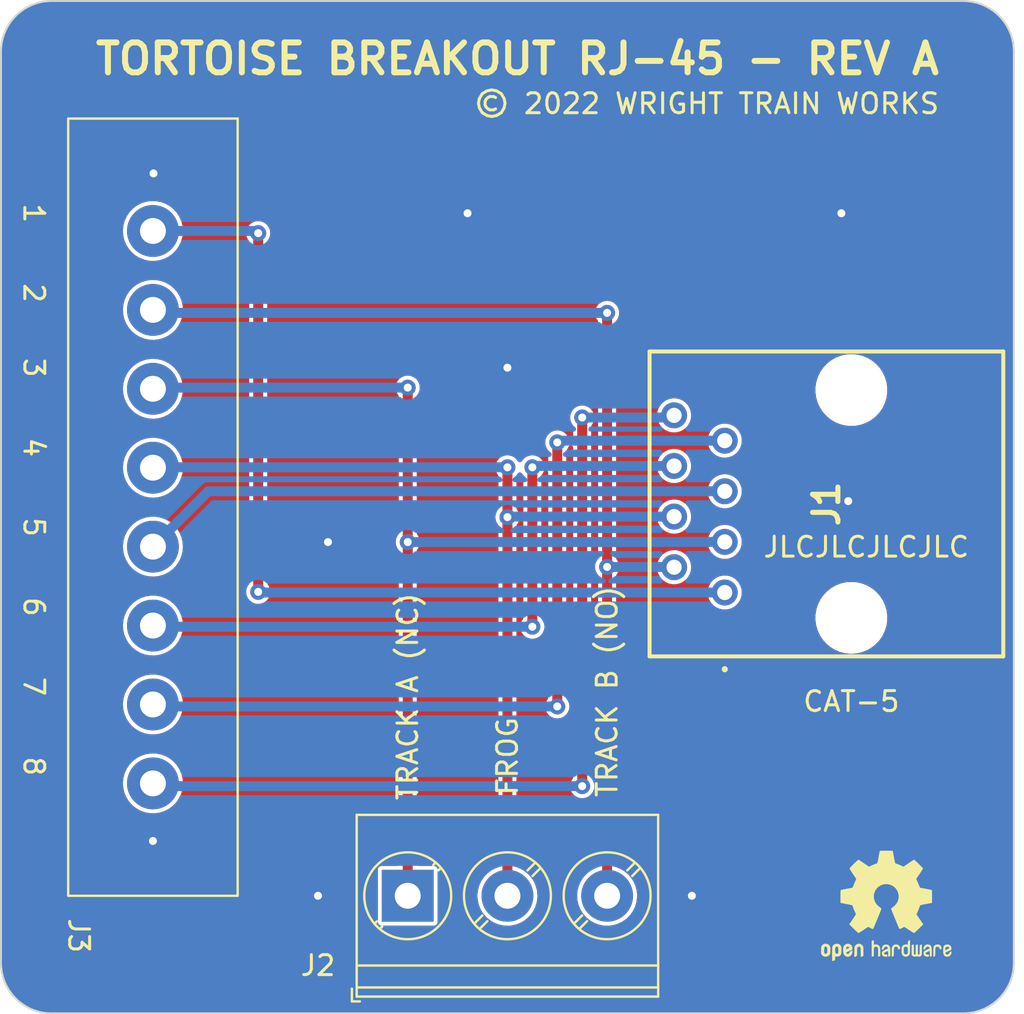
<source format=kicad_pcb>
(kicad_pcb (version 20211014) (generator pcbnew)
  (title_block (title "Tortoise Breakout Board RJ-45") (date "2022-02-12") (rev "A") (company "Wright Train Works"))
  (layers (0 "F.Cu" signal) (31 "B.Cu" signal) (34 "B.Paste" user) (35 "F.Paste" user) (36 "B.SilkS" user "B.Silkscreen") (37 "F.SilkS" user "F.Silkscreen") (38 "B.Mask" user) (39 "F.Mask" user) (44 "Edge.Cuts" user))
  (net 0 "")
  (net 1 "Net-(J1-Pad1)")
  (net 2 "Net-(J1-Pad2)")
  (net 3 "Net-(J1-Pad3)")
  (net 4 "Net-(J1-Pad4)")
  (net 5 "Net-(J1-Pad5)")
  (net 6 "Net-(J1-Pad6)")
  (net 7 "Net-(J1-Pad7)")
  (net 8 "Net-(J1-Pad8)")
  (net 9 "GND")
  (footprint "EBM08DSXN:EBM08DSXN" (layer "F.Cu") (at 132.22 100 -90)
    (fp_text reference "J3" (at 21.5 3.72 -90 unlocked) (layer "F.SilkS"))
    (fp_text value "Conn_01x08" hide)
    (fp_rect (start -19.5 -4.25) (end 19.5 4.25) (layer "F.SilkS") (width 0.12) (fill none))
    (pad "1" thru_hole circle (at -13.86 0 270) (size 2.6 2.6) (drill 1.3) (layers *.Cu *.Mask) (net 1 "Net-(J1-Pad1)"))
    (pad "2" thru_hole circle (at -9.9 0 270) (size 2.6 2.6) (drill 1.3) (layers *.Cu *.Mask) (net 2 "Net-(J1-Pad2)"))
    (pad "3" thru_hole circle (at -5.94 0 270) (size 2.6 2.6) (drill 1.3) (layers *.Cu *.Mask) (net 3 "Net-(J1-Pad3)"))
    (pad "4" thru_hole circle (at -1.98 0 270) (size 2.6 2.6) (drill 1.3) (layers *.Cu *.Mask) (net 4 "Net-(J1-Pad4)"))
    (pad "5" thru_hole circle (at 1.98 0 270) (size 2.6 2.6) (drill 1.3) (layers *.Cu *.Mask) (net 5 "Net-(J1-Pad5)"))
    (pad "6" thru_hole circle (at 5.94 0 270) (size 2.6 2.6) (drill 1.3) (layers *.Cu *.Mask) (net 6 "Net-(J1-Pad6)"))
    (pad "7" thru_hole circle (at 9.9 0 270) (size 2.6 2.6) (drill 1.3) (layers *.Cu *.Mask) (net 7 "Net-(J1-Pad7)"))
    (pad "8" thru_hole circle (at 13.86 0 270) (size 2.6 2.6) (drill 1.3) (layers *.Cu *.Mask) (net 8 "Net-(J1-Pad8)"))
  )
  (footprint "TerminalBlock_Phoenix:TerminalBlock_Phoenix_PT-1,5-3-5.0-H_1x03_P5.00mm_Horizontal" (layer "F.Cu") (at 145 119.5)
    (fp_text reference "J2" (at -4.5 3.5) (layer "F.SilkS"))
    (fp_text value "Conn_01x03" hide)
    (fp_line (start -1.282 1.547) (end -1.388 1.654) (layer "F.SilkS") (width 0.12))
    (fp_line (start -2.56 5.06) (end 12.56 5.06) (layer "F.SilkS") (width 0.12))
    (fp_line (start -1.548 1.281) (end -1.654 1.388) (layer "F.SilkS") (width 0.12))
    (fp_line (start 3.742 0.992) (end 3.347 1.388) (layer "F.SilkS") (width 0.12))
    (fp_line (start 1.654 -1.388) (end 1.547 -1.281) (layer "F.SilkS") (width 0.12))
    (fp_line (start 8.993 1.274) (end 8.613 1.654) (layer "F.SilkS") (width 0.12))
    (fp_line (start 3.993 1.274) (end 3.613 1.654) (layer "F.SilkS") (width 0.12))
    (fp_line (start -2.56 -4.06) (end -2.56 5.06) (layer "F.SilkS") (width 0.12))
    (fp_line (start 12.56 -4.06) (end 12.56 5.06) (layer "F.SilkS") (width 0.12))
    (fp_line (start -2.56 -4.06) (end 12.56 -4.06) (layer "F.SilkS") (width 0.12))
    (fp_line (start 11.654 -1.388) (end 11.259 -0.992) (layer "F.SilkS") (width 0.12))
    (fp_line (start 6.654 -1.388) (end 6.259 -0.992) (layer "F.SilkS") (width 0.12))
    (fp_line (start -2.56 4.6) (end 12.56 4.6) (layer "F.SilkS") (width 0.12))
    (fp_line (start -2.56 3.5) (end 12.56 3.5) (layer "F.SilkS") (width 0.12))
    (fp_line (start 1.388 -1.654) (end 1.281 -1.547) (layer "F.SilkS") (width 0.12))
    (fp_line (start 8.742 0.992) (end 8.347 1.388) (layer "F.SilkS") (width 0.12))
    (fp_line (start 11.388 -1.654) (end 11.008 -1.274) (layer "F.SilkS") (width 0.12))
    (fp_line (start 6.388 -1.654) (end 6.008 -1.274) (layer "F.SilkS") (width 0.12))
    (fp_line (start -2.8 5.3) (end -2.4 5.3) (layer "F.SilkS") (width 0.12))
    (fp_line (start -2.8 4.66) (end -2.8 5.3) (layer "F.SilkS") (width 0.12))
    (fp_circle (center 10 0) (end 12.18 0) (layer "F.SilkS") (width 0.12) (fill none))
    (fp_circle (center 5 0) (end 7.18 0) (layer "F.SilkS") (width 0.12) (fill none))
    (fp_circle (center 0 0) (end 2.18 0) (layer "F.SilkS") (width 0.12) (fill none))
    (pad "1" thru_hole rect (at 0 0) (size 2.6 2.6) (drill 1.3) (layers *.Cu *.Mask) (net 3 "Net-(J1-Pad3)"))
    (pad "2" thru_hole circle (at 5 0) (size 2.6 2.6) (drill 1.3) (layers *.Cu *.Mask) (net 4 "Net-(J1-Pad4)"))
    (pad "3" thru_hole circle (at 10 0) (size 2.6 2.6) (drill 1.3) (layers *.Cu *.Mask) (net 2 "Net-(J1-Pad2)"))
  )
  (footprint "Amphenol-54602-908LF-0:Amphenol-54602-908LF" (layer "F.Cu") (at 160.9 104.2825 90)
    (fp_text reference "J1" (at 4.445 5.1 90) (layer "F.SilkS") (effects (font (size 1.27 1.27) (thickness 0.254))))
    (fp_text value "RJ45" hide)
    (fp_line (start -3.9 0) (end -3.9 0) (layer "F.SilkS") (width 0.2))
    (fp_line (start -3.205 -3.77) (end 12.095 -3.77) (layer "F.SilkS") (width 0.2))
    (fp_line (start -3.8 0) (end -3.8 0) (layer "F.SilkS") (width 0.2))
    (fp_line (start -3.9 0) (end -3.9 0) (layer "F.SilkS") (width 0.2))
    (fp_line (start -3.205 13.97) (end -3.205 -3.77) (layer "F.SilkS") (width 0.2))
    (fp_line (start 12.095 13.97) (end -3.205 13.97) (layer "F.SilkS") (width 0.2))
    (fp_line (start 12.095 -3.77) (end 12.095 13.97) (layer "F.SilkS") (width 0.2))
    (fp_arc (start -3.8 0) (mid -3.85 0.05) (end -3.9 0) (layer "F.SilkS") (width 0.2))
    (fp_arc (start -3.8 0) (mid -3.85 0.05) (end -3.9 0) (layer "F.SilkS") (width 0.2))
    (fp_arc (start -3.9 0) (mid -3.85 -0.05) (end -3.8 0) (layer "F.SilkS") (width 0.2))
    (pad "" np_thru_hole circle (at -1.27 6.35 90) (size 3.2 3.2) (drill 3.2) (layers *.Cu *.Mask))
    (pad "" np_thru_hole circle (at 10.16 6.35 90) (size 3.2 3.2) (drill 3.2) (layers *.Cu *.Mask))
    (pad "1" thru_hole circle (at 0 0 90) (size 1.303 1.303) (drill 0.76) (layers *.Cu *.Mask) (net 1 "Net-(J1-Pad1)"))
    (pad "2" thru_hole circle (at 1.27 -2.54 90) (size 1.303 1.303) (drill 0.76) (layers *.Cu *.Mask) (net 2 "Net-(J1-Pad2)"))
    (pad "3" thru_hole circle (at 2.54 0 90) (size 1.303 1.303) (drill 0.76) (layers *.Cu *.Mask) (net 3 "Net-(J1-Pad3)"))
    (pad "4" thru_hole circle (at 3.81 -2.54 90) (size 1.303 1.303) (drill 0.76) (layers *.Cu *.Mask) (net 4 "Net-(J1-Pad4)"))
    (pad "5" thru_hole circle (at 5.08 0 90) (size 1.303 1.303) (drill 0.76) (layers *.Cu *.Mask) (net 5 "Net-(J1-Pad5)"))
    (pad "6" thru_hole circle (at 6.35 -2.54 90) (size 1.303 1.303) (drill 0.76) (layers *.Cu *.Mask) (net 6 "Net-(J1-Pad6)"))
    (pad "7" thru_hole circle (at 7.62 0 90) (size 1.303 1.303) (drill 0.76) (layers *.Cu *.Mask) (net 7 "Net-(J1-Pad7)"))
    (pad "8" thru_hole circle (at 8.89 -2.54 90) (size 1.303 1.303) (drill 0.76) (layers *.Cu *.Mask) (net 8 "Net-(J1-Pad8)"))
  )
  (footprint "Symbol:OSHW-Logo2_7.3x6mm_SilkScreen" (layer "F.Cu") (at 169 120)
    (fp_text reference "REF**" hide)
    (fp_text value "OSHW-Logo2_7.3x6mm_SilkScreen" hide)
    (fp_poly (pts (xy -1.831697 1.931239) (xy -1.774473 1.969735) (xy -1.730251 2.025335) (xy -1.703833 2.096086) (xy -1.69849 2.148162) (xy -1.699097 2.169893) (xy -1.704178 2.186531) (xy -1.718145 2.201437) (xy -1.745411 2.217973) (xy -1.790388 2.239498) (xy -1.857489 2.269374) (xy -1.857829 2.269524) (xy -1.919593 2.297813) (xy -1.970241 2.322933) (xy -2.004596 2.342179) (xy -2.017482 2.352848) (xy -2.017486 2.352934) (xy -2.006128 2.376166) (xy -1.979569 2.401774) (xy -1.949077 2.420221) (xy -1.93363 2.423886) (xy -1.891485 2.411212) (xy -1.855192 2.379471) (xy -1.837483 2.344572) (xy -1.820448 2.318845) (xy -1.787078 2.289546) (xy -1.747851 2.264235) (xy -1.713244 2.250471) (xy -1.706007 2.249714) (xy -1.697861 2.26216) (xy -1.69737 2.293972) (xy -1.703357 2.336866) (xy -1.714643 2.382558) (xy -1.73005 2.422761) (xy -1.730829 2.424322) (xy -1.777196 2.489062) (xy -1.837289 2.533097) (xy -1.905535 2.554711) (xy -1.976362 2.552185) (xy -2.044196 2.523804) (xy -2.047212 2.521808) (xy -2.100573 2.473448) (xy -2.13566 2.410352) (xy -2.155078 2.327387) (xy -2.157684 2.304078) (xy -2.162299 2.194055) (xy -2.156767 2.142748) (xy -2.017486 2.142748) (xy -2.015676 2.174753) (xy -2.005778 2.184093) (xy -1.981102 2.177105) (xy -1.942205 2.160587) (xy -1.898725 2.139881) (xy -1.897644 2.139333) (xy -1.860791 2.119949) (xy -1.846 2.107013) (xy -1.849647 2.093451) (xy -1.865005 2.075632) (xy -1.904077 2.049845) (xy -1.946154 2.04795) (xy -1.983897 2.066717) (xy -2.009966 2.102915) (xy -2.017486 2.142748) (xy -2.156767 2.142748) (xy -2.152806 2.106027) (xy -2.12845 2.036212) (xy -2.094544 1.987302) (xy -2.033347 1.937878) (xy -1.965937 1.913359) (xy -1.89712 1.911797) (xy -1.831697 1.931239)) (layer "F.SilkS") (width 0.01) (fill solid))
    (fp_poly (pts (xy -0.624114 1.851289) (xy -0.619861 1.910613) (xy -0.614975 1.945572) (xy -0.608205 1.96082) (xy -0.598298 1.961015) (xy -0.595086 1.959195) (xy -0.552356 1.946015) (xy -0.496773 1.946785) (xy -0.440263 1.960333) (xy -0.404918 1.977861) (xy -0.368679 2.005861) (xy -0.342187 2.037549) (xy -0.324001 2.077813) (xy -0.312678 2.131543) (xy -0.306778 2.203626) (xy -0.304857 2.298951) (xy -0.304823 2.317237) (xy -0.3048 2.522646) (xy -0.350509 2.53858) (xy -0.382973 2.54942) (xy -0.400785 2.554468) (xy -0.401309 2.554514) (xy -0.403063 2.540828) (xy -0.404556 2.503076) (xy -0.405674 2.446224) (xy -0.406303 2.375234) (xy -0.4064 2.332073) (xy -0.406602 2.246973) (xy -0.407642 2.185981) (xy -0.410169 2.144177) (xy -0.414836 2.116642) (xy -0.422293 2.098456) (xy -0.433189 2.084698) (xy -0.439993 2.078073) (xy -0.486728 2.051375) (xy -0.537728 2.049375) (xy -0.583999 2.071955) (xy -0.592556 2.080107) (xy -0.605107 2.095436) (xy -0.613812 2.113618) (xy -0.619369 2.139909) (xy -0.622474 2.179562) (xy -0.623824 2.237832) (xy -0.624114 2.318173) (xy -0.624114 2.522646) (xy -0.669823 2.53858) (xy -0.702287 2.54942) (xy -0.720099 2.554468) (xy -0.720623 2.554514) (xy -0.721963 2.540623) (xy -0.723172 2.501439) (xy -0.724199 2.4407) (xy -0.724998 2.362141) (xy -0.725519 2.269498) (xy -0.725714 2.166509) (xy -0.725714 1.769342) (xy -0.678543 1.749444) (xy -0.631371 1.729547) (xy -0.624114 1.851289)) (layer "F.SilkS") (width 0.01) (fill solid))
    (fp_poly (pts (xy -1.283907 1.92778) (xy -1.237328 1.954723) (xy -1.204943 1.981466) (xy -1.181258 2.009484) (xy -1.164941 2.043748) (xy -1.154661 2.089227) (xy -1.149086 2.150892) (xy -1.146884 2.233711) (xy -1.146629 2.293246) (xy -1.146629 2.512391) (xy -1.208314 2.540044) (xy -1.27 2.567697) (xy -1.277257 2.32767) (xy -1.280256 2.238028) (xy -1.283402 2.172962) (xy -1.287299 2.128026) (xy -1.292553 2.09877) (xy -1.299769 2.080748) (xy -1.30955 2.069511) (xy -1.312688 2.067079) (xy -1.360239 2.048083) (xy -1.408303 2.0556) (xy -1.436914 2.075543) (xy -1.448553 2.089675) (xy -1.456609 2.10822) (xy -1.461729 2.136334) (xy -1.464559 2.179173) (xy -1.465744 2.241895) (xy -1.465943 2.307261) (xy -1.465982 2.389268) (xy -1.467386 2.447316) (xy -1.472086 2.486465) (xy -1.482013 2.51178) (xy -1.499097 2.528323) (xy -1.525268 2.541156) (xy -1.560225 2.554491) (xy -1.598404 2.569007) (xy -1.593859 2.311389) (xy -1.592029 2.218519) (xy -1.589888 2.149889) (xy -1.586819 2.100711) (xy -1.582206 2.066198) (xy -1.575432 2.041562) (xy -1.565881 2.022016) (xy -1.554366 2.00477) (xy -1.49881 1.94968) (xy -1.43102 1.917822) (xy -1.357287 1.910191) (xy -1.283907 1.92778)) (layer "F.SilkS") (width 0.01) (fill solid))
    (fp_poly (pts (xy 3.153595 1.966966) (xy 3.211021 2.004497) (xy 3.238719 2.038096) (xy 3.260662 2.099064) (xy 3.262405 2.147308) (xy 3.258457 2.211816) (xy 3.109686 2.276934) (xy 3.037349 2.310202) (xy 2.990084 2.336964) (xy 2.965507 2.360144) (xy 2.961237 2.382667) (xy 2.974889 2.407455) (xy 2.989943 2.423886) (xy 3.033746 2.450235) (xy 3.081389 2.452081) (xy 3.125145 2.431546) (xy 3.157289 2.390752) (xy 3.163038 2.376347) (xy 3.190576 2.331356) (xy 3.222258 2.312182) (xy 3.265714 2.295779) (xy 3.265714 2.357966) (xy 3.261872 2.400283) (xy 3.246823 2.435969) (xy 3.21528 2.476943) (xy 3.210592 2.482267) (xy 3.175506 2.51872) (xy 3.145347 2.538283) (xy 3.107615 2.547283) (xy 3.076335 2.55023) (xy 3.020385 2.550965) (xy 2.980555 2.54166) (xy 2.955708 2.527846) (xy 2.916656 2.497467) (xy 2.889625 2.464613) (xy 2.872517 2.423294) (xy 2.863238 2.367521) (xy 2.859693 2.291305) (xy 2.85941 2.252622) (xy 2.860372 2.206247) (xy 2.948007 2.206247) (xy 2.949023 2.231126) (xy 2.951556 2.2352) (xy 2.968274 2.229665) (xy 3.004249 2.215017) (xy 3.052331 2.19419) (xy 3.062386 2.189714) (xy 3.123152 2.158814) (xy 3.156632 2.131657) (xy 3.16399 2.10622) (xy 3.146391 2.080481) (xy 3.131856 2.069109) (xy 3.07941 2.046364) (xy 3.030322 2.050122) (xy 2.989227 2.077884) (xy 2.960758 2.127152) (xy 2.951631 2.166257) (xy 2.948007 2.206247) (xy 2.860372 2.206247) (xy 2.861285 2.162249) (xy 2.868196 2.095384) (xy 2.881884 2.046695) (xy 2.904096 2.010849) (xy 2.936574 1.982513) (xy 2.950733 1.973355) (xy 3.015053 1.949507) (xy 3.085473 1.948006) (xy 3.153595 1.966966)) (layer "F.SilkS") (width 0.01) (fill solid))
    (fp_poly (pts (xy 1.190117 2.065358) (xy 1.189933 2.173837) (xy 1.189219 2.257287) (xy 1.187675 2.319704) (xy 1.185001 2.365085) (xy 1.180894 2.397429) (xy 1.175055 2.420733) (xy 1.167182 2.438995) (xy 1.161221 2.449418) (xy 1.111855 2.505945) (xy 1.049264 2.541377) (xy 0.980013 2.55409) (xy 0.910668 2.542463) (xy 0.869375 2.521568) (xy 0.826025 2.485422) (xy 0.796481 2.441276) (xy 0.778655 2.383462) (xy 0.770463 2.306313) (xy 0.769302 2.249714) (xy 0.769458 2.245647) (xy 0.870857 2.245647) (xy 0.871476 2.31055) (xy 0.874314 2.353514) (xy 0.88084 2.381622) (xy 0.892523 2.401953) (xy 0.906483 2.417288) (xy 0.953365 2.44689) (xy 1.003701 2.449419) (xy 1.051276 2.424705) (xy 1.054979 2.421356) (xy 1.070783 2.403935) (xy 1.080693 2.383209) (xy 1.086058 2.352362) (xy 1.088228 2.304577) (xy 1.088571 2.251748) (xy 1.087827 2.185381) (xy 1.084748 2.141106) (xy 1.078061 2.112009) (xy 1.066496 2.091173) (xy 1.057013 2.080107) (xy 1.01296 2.052198) (xy 0.962224 2.048843) (xy 0.913796 2.070159) (xy 0.90445 2.078073) (xy 0.88854 2.095647) (xy 0.87861 2.116587) (xy 0.873278 2.147782) (xy 0.871163 2.196122) (xy 0.870857 2.245647) (xy 0.769458 2.245647) (xy 0.77281 2.158568) (xy 0.784726 2.090086) (xy 0.807135 2.0386) (xy 0.842124 1.998443) (xy 0.869375 1.977861) (xy 0.918907 1.955625) (xy 0.976316 1.945304) (xy 1.029682 1.948067) (xy 1.059543 1.959212) (xy 1.071261 1.962383) (xy 1.079037 1.950557) (xy 1.084465 1.918866) (xy 1.088571 1.870593) (xy 1.093067 1.816829) (xy 1.099313 1.784482) (xy 1.110676 1.765985) (xy 1.130528 1.75377) (xy 1.143 1.748362) (xy 1.190171 1.728601) (xy 1.190117 2.065358)) (layer "F.SilkS") (width 0.01) (fill solid))
    (fp_poly (pts (xy 0.10391 -2.757652) (xy 0.182454 -2.757222) (xy 0.239298 -2.756058) (xy 0.278105 -2.753793) (xy 0.302538 -2.75006) (xy 0.316262 -2.744494) (xy 0.32294 -2.736727) (xy 0.326236 -2.726395) (xy 0.326556 -2.725057) (xy 0.331562 -2.700921) (xy 0.340829 -2.653299) (xy 0.353392 -2.587259) (xy 0.368287 -2.507872) (xy 0.384551 -2.420204) (xy 0.385119 -2.417125) (xy 0.40141 -2.331211) (xy 0.416652 -2.255304) (xy 0.429861 -2.193955) (xy 0.440054 -2.151718) (xy 0.446248 -2.133145) (xy 0.446543 -2.132816) (xy 0.464788 -2.123747) (xy 0.502405 -2.108633) (xy 0.551271 -2.090738) (xy 0.551543 -2.090642) (xy 0.613093 -2.067507) (xy 0.685657 -2.038035) (xy 0.754057 -2.008403) (xy 0.757294 -2.006938) (xy 0.868702 -1.956374) (xy 1.115399 -2.12484) (xy 1.191077 -2.176197) (xy 1.259631 -2.222111) (xy 1.317088 -2.25997) (xy 1.359476 -2.287163) (xy 1.382825 -2.301079) (xy 1.385042 -2.302111) (xy 1.40201 -2.297516) (xy 1.433701 -2.275345) (xy 1.481352 -2.234553) (xy 1.546198 -2.174095) (xy 1.612397 -2.109773) (xy 1.676214 -2.046388) (xy 1.733329 -1.988549) (xy 1.780305 -1.939825) (xy 1.813703 -1.90379) (xy 1.830085 -1.884016) (xy 1.830694 -1.882998) (xy 1.832505 -1.869428) (xy 1.825683 -1.847267) (xy 1.80854 -1.813522) (xy 1.779393 -1.7652) (xy 1.736555 -1.699308) (xy 1.679448 -1.614483) (xy 1.628766 -1.539823) (xy 1.583461 -1.47286) (xy 1.54615 -1.417484) (xy 1.519452 -1.37758) (xy 1.505985 -1.357038) (xy 1.505137 -1.355644) (xy 1.506781 -1.335962) (xy 1.519245 -1.297707) (xy 1.540048 -1.248111) (xy 1.547462 -1.232272) (xy 1.579814 -1.16171) (xy 1.614328 -1.081647) (xy 1.642365 -1.012371) (xy 1.662568 -0.960955) (xy 1.678615 -0.921881) (xy 1.687888 -0.901459) (xy 1.689041 -0.899886) (xy 1.706096 -0.897279) (xy 1.746298 -0.890137) (xy 1.804302 -0.879477) (xy 1.874763 -0.866315) (xy 1.952335 -0.851667) (xy 2.031672 -0.836551) (xy 2.107431 -0.821982) (xy 2.174264 -0.808978) (xy 2.226828 -0.798555) (xy 2.259776 -0.79173) (xy 2.267857 -0.789801) (xy 2.276205 -0.785038) (xy 2.282506 -0.774282) (xy 2.287045 -0.753902) (xy 2.290104 -0.720266) (xy 2.291967 -0.669745) (xy 2.292918 -0.598708) (xy 2.29324 -0.503524) (xy 2.293257 -0.464508) (xy 2.293257 -0.147201) (xy 2.217057 -0.132161) (xy 2.174663 -0.124005) (xy 2.1114 -0.112101) (xy 2.034962 -0.097884) (xy 1.953043 -0.08279) (xy 1.9304 -0.078645) (xy 1.854806 -0.063947) (xy 1.788953 -0.049495) (xy 1.738366 -0.036625) (xy 1.708574 -0.026678) (xy 1.703612 -0.023713) (xy 1.691426 -0.002717) (xy 1.673953 0.037967) (xy 1.654577 0.090322) (xy 1.650734 0.1016) (xy 1.625339 0.171523) (xy 1.593817 0.250418) (xy 1.562969 0.321266) (xy 1.562817 0.321595) (xy 1.511447 0.432733) (xy 1.680399 0.681253) (xy 1.849352 0.929772) (xy 1.632429 1.147058) (xy 1.566819 1.211726) (xy 1.506979 1.268733) (xy 1.456267 1.315033) (xy 1.418046 1.347584) (xy 1.395675 1.363343) (xy 1.392466 1.364343) (xy 1.373626 1.356469) (xy 1.33518 1.334578) (xy 1.28133 1.301267) (xy 1.216276 1.259131) (xy 1.14594 1.211943) (xy 1.074555 1.16381) (xy 1.010908 1.121928) (xy 0.959041 1.088871) (xy 0.922995 1.067218) (xy 0.906867 1.059543) (xy 0.887189 1.066037) (xy 0.849875 1.08315) (xy 0.802621 1.107326) (xy 0.797612 1.110013) (xy 0.733977 1.141927) (xy 0.690341 1.157579) (xy 0.663202 1.157745) (xy 0.649057 1.143204) (xy 0.648975 1.143) (xy 0.641905 1.125779) (xy 0.625042 1.084899) (xy 0.599695 1.023525) (xy 0.567171 0.944819) (xy 0.528778 0.851947) (xy 0.485822 0.748072) (xy 0.444222 0.647502) (xy 0.398504 0.536516) (xy 0.356526 0.433703) (xy 0.319548 0.342215) (xy 0.288827 0.265201) (xy 0.265622 0.205815) (xy 0.25119 0.167209) (xy 0.246743 0.1528) (xy 0.257896 0.136272) (xy 0.287069 0.10993) (xy 0.325971 0.080887) (xy 0.436757 -0.010961) (xy 0.523351 -0.116241) (xy 0.584716 -0.232734) (xy 0.619815 -0.358224) (xy 0.627608 -0.490493) (xy 0.621943 -0.551543) (xy 0.591078 -0.678205) (xy 0.53792 -0.790059) (xy 0.465767 -0.885999) (xy 0.377917 -0.964924) (xy 0.277665 -1.02573) (xy 0.16831 -1.067313) (xy 0.053147 -1.088572) (xy -0.064525 -1.088401) (xy -0.18141 -1.065699) (xy -0.294211 -1.019362) (xy -0.399631 -0.948287) (xy -0.443632 -0.908089) (xy -0.528021 -0.804871) (xy -0.586778 -0.692075) (xy -0.620296 -0.57299) (xy -0.628965 -0.450905) (xy -0.613177 -0.329107) (xy -0.573322 -0.210884) (xy -0.509793 -0.099525) (xy -0.422979 0.001684) (xy -0.325971 0.080887) (xy -0.285563 0.111162) (xy -0.257018 0.137219) (xy -0.246743 0.152825) (xy -0.252123 0.169843) (xy -0.267425 0.2105) (xy -0.291388 0.271642) (xy -0.322756 0.350119) (xy -0.360268 0.44278) (xy -0.402667 0.546472) (xy -0.444337 0.647526) (xy -0.49031 0.758607) (xy -0.532893 0.861541) (xy -0.570779 0.953165) (xy -0.60266 1.030316) (xy -0.627229 1.089831) (xy -0.64318 1.128544) (xy -0.64909 1.143) (xy -0.663052 1.157685) (xy -0.69006 1.157642) (xy -0.733587 1.142099) (xy -0.79711 1.110284) (xy -0.797612 1.110013) (xy -0.84544 1.085323) (xy -0.884103 1.067338) (xy -0.905905 1.059614) (xy -0.906867 1.059543) (xy -0.923279 1.067378) (xy -0.959513 1.089165) (xy -1.011526 1.122328) (xy -1.075275 1.164291) (xy -1.14594 1.211943) (xy -1.217884 1.260191) (xy -1.282726 1.302151) (xy -1.336265 1.335227) (xy -1.374303 1.356821) (xy -1.392467 1.364343) (xy -1.409192 1.354457) (xy -1.44282 1.326826) (xy -1.48999 1.284495) (xy -1.547342 1.230505) (xy -1.611516 1.167899) (xy -1.632503 1.146983) (xy -1.849501 0.929623) (xy -1.684332 0.68722) (xy -1.634136 0.612781) (xy -1.590081 0.545972) (xy -1.554638 0.490665) (xy -1.530281 0.450729) (xy -1.519478 0.430036) (xy -1.519162 0.428563) (xy -1.524857 0.409058) (xy -1.540174 0.369822) (xy -1.562463 0.31743) (xy -1.578107 0.282355) (xy -1.607359 0.215201) (xy -1.634906 0.147358) (xy -1.656263 0.090034) (xy -1.662065 0.072572) (xy -1.678548 0.025938) (xy -1.69466 -0.010095) (xy -1.70351 -0.023713) (xy -1.72304 -0.032048) (xy -1.765666 -0.043863) (xy -1.825855 -0.057819) (xy -1.898078 -0.072578) (xy -1.9304 -0.078645) (xy -2.012478 -0.093727) (xy -2.091205 -0.108331) (xy -2.158891 -0.12102) (xy -2.20784 -0.130358) (xy -2.217057 -0.132161) (xy -2.293257 -0.147201) (xy -2.293257 -0.464508) (xy -2.293086 -0.568846) (xy -2.292384 -0.647787) (xy -2.290866 -0.704962) (xy -2.288251 -0.744001) (xy -2.284254 -0.768535) (xy -2.278591 -0.782195) (xy -2.27098 -0.788611) (xy -2.267857 -0.789801) (xy -2.249022 -0.79402) (xy -2.207412 -0.802438) (xy -2.14837 -0.814039) (xy -2.077243 -0.827805) (xy -1.999375 -0.84272) (xy -1.920113 -0.857768) (xy -1.844802 -0.871931) (xy -1.778787 -0.884194) (xy -1.727413 -0.893539) (xy -1.696025 -0.89895) (xy -1.689041 -0.899886) (xy -1.682715 -0.912404) (xy -1.66871 -0.945754) (xy -1.649645 -0.993623) (xy -1.642366 -1.012371) (xy -1.613004 -1.084805) (xy -1.578429 -1.16483) (xy -1.547463 -1.232272) (xy -1.524677 -1.283841) (xy -1.509518 -1.326215) (xy -1.504458 -1.352166) (xy -1.505264 -1.355644) (xy -1.515959 -1.372064) (xy -1.54038 -1.408583) (xy -1.575905 -1.461313) (xy -1.619913 -1.526365) (xy -1.669783 -1.599849) (xy -1.679644 -1.614355) (xy -1.737508 -1.700296) (xy -1.780044 -1.765739) (xy -1.808946 -1.813696) (xy -1.82591 -1.84718) (xy -1.832633 -1.869205) (xy -1.83081 -1.882783) (xy -1.830764 -1.882869) (xy -1.816414 -1.900703) (xy -1.784677 -1.935183) (xy -1.73899 -1.982732) (xy -1.682796 -2.039778) (xy -1.619532 -2.102745) (xy -1.612398 -2.109773) (xy -1.53267 -2.18698) (xy -1.471143 -2.24367) (xy -1.426579 -2.28089) (xy -1.397743 -2.299685) (xy -1.385042 -2.302111) (xy -1.366506 -2.291529) (xy -1.328039 -2.267084) (xy -1.273614 -2.231388) (xy -1.207202 -2.187053) (xy -1.132775 -2.136689) (xy -1.115399 -2.12484) (xy -0.868703 -1.956374) (xy -0.757294 -2.006938) (xy -0.689543 -2.036405) (xy -0.616817 -2.066041) (xy -0.554297 -2.08967) (xy -0.551543 -2.090642) (xy -0.50264 -2.108543) (xy -0.464943 -2.12368) (xy -0.446575 -2.13279) (xy -0.446544 -2.132816) (xy -0.440715 -2.149283) (xy -0.430808 -2.189781) (xy -0.417805 -2.249758) (xy -0.402691 -2.32466) (xy -0.386448 -2.409936) (xy -0.385119 -2.417125) (xy -0.368825 -2.504986) (xy -0.353867 -2.58474) (xy -0.341209 -2.651319) (xy -0.331814 -2.699653) (xy -0.326646 -2.724675) (xy -0.326556 -2.725057) (xy -0.323411 -2.735701) (xy -0.317296 -2.743738) (xy -0.304547 -2.749533) (xy -0.2815 -2.753453) (xy -0.244491 -2.755865) (xy -0.189856 -2.757135) (xy -0.113933 -2.757629) (xy -0.013056 -2.757714) (xy 0 -2.757714) (xy 0.10391 -2.757652)) (layer "F.SilkS") (width 0.01) (fill solid))
    (fp_poly (pts (xy 2.144876 1.956335) (xy 2.186667 1.975344) (xy 2.219469 1.998378) (xy 2.243503 2.024133) (xy 2.260097 2.057358) (xy 2.270577 2.1028) (xy 2.276271 2.165207) (xy 2.278507 2.249327) (xy 2.278743 2.304721) (xy 2.278743 2.520826) (xy 2.241774 2.53767) (xy 2.212656 2.549981) (xy 2.198231 2.554514) (xy 2.195472 2.541025) (xy 2.193282 2.504653) (xy 2.191942 2.451542) (xy 2.191657 2.409372) (xy 2.190434 2.348447) (xy 2.187136 2.300115) (xy 2.182321 2.270518) (xy 2.178496 2.264229) (xy 2.152783 2.270652) (xy 2.112418 2.287125) (xy 2.065679 2.309458) (xy 2.020845 2.333457) (xy 1.986193 2.35493) (xy 1.970002 2.369685) (xy 1.969938 2.369845) (xy 1.97133 2.397152) (xy 1.983818 2.423219) (xy 2.005743 2.444392) (xy 2.037743 2.451474) (xy 2.065092 2.450649) (xy 2.103826 2.450042) (xy 2.124158 2.459116) (xy 2.136369 2.483092) (xy 2.137909 2.487613) (xy 2.143203 2.521806) (xy 2.129047 2.542568) (xy 2.092148 2.552462) (xy 2.052289 2.554292) (xy 1.980562 2.540727) (xy 1.943432 2.521355) (xy 1.897576 2.475845) (xy 1.873256 2.419983) (xy 1.871073 2.360957) (xy 1.891629 2.305953) (xy 1.922549 2.271486) (xy 1.95342 2.252189) (xy 2.001942 2.227759) (xy 2.058485 2.202985) (xy 2.06791 2.199199) (xy 2.130019 2.171791) (xy 2.165822 2.147634) (xy 2.177337 2.123619) (xy 2.16658 2.096635) (xy 2.148114 2.075543) (xy 2.104469 2.049572) (xy 2.056446 2.047624) (xy 2.012406 2.067637) (xy 1.980709 2.107551) (xy 1.976549 2.117848) (xy 1.952327 2.155724) (xy 1.916965 2.183842) (xy 1.872343 2.206917) (xy 1.872343 2.141485) (xy 1.874969 2.101506) (xy 1.88623 2.069997) (xy 1.911199 2.036378) (xy 1.935169 2.010484) (xy 1.972441 1.973817) (xy 2.001401 1.954121) (xy 2.032505 1.94622) (xy 2.067713 1.944914) (xy 2.144876 1.956335)) (layer "F.SilkS") (width 0.01) (fill solid))
    (fp_poly (pts (xy 1.779833 1.958663) (xy 1.782048 1.99685) (xy 1.783784 2.054886) (xy 1.784899 2.12818) (xy 1.785257 2.205055) (xy 1.785257 2.465196) (xy 1.739326 2.511127) (xy 1.707675 2.539429) (xy 1.67989 2.550893) (xy 1.641915 2.550168) (xy 1.62684 2.548321) (xy 1.579726 2.542948) (xy 1.540756 2.539869) (xy 1.531257 2.539585) (xy 1.499233 2.541445) (xy 1.453432 2.546114) (xy 1.435674 2.548321) (xy 1.392057 2.551735) (xy 1.362745 2.54432) (xy 1.33368 2.521427) (xy 1.323188 2.511127) (xy 1.277257 2.465196) (xy 1.277257 1.978602) (xy 1.314226 1.961758) (xy 1.346059 1.949282) (xy 1.364683 1.944914) (xy 1.369458 1.958718) (xy 1.373921 1.997286) (xy 1.377775 2.056356) (xy 1.380722 2.131663) (xy 1.382143 2.195286) (xy 1.386114 2.445657) (xy 1.420759 2.450556) (xy 1.452268 2.447131) (xy 1.467708 2.436041) (xy 1.472023 2.415308) (xy 1.475708 2.371145) (xy 1.478469 2.309146) (xy 1.480012 2.234909) (xy 1.480235 2.196706) (xy 1.480457 1.976783) (xy 1.526166 1.960849) (xy 1.558518 1.950015) (xy 1.576115 1.944962) (xy 1.576623 1.944914) (xy 1.578388 1.958648) (xy 1.580329 1.99673) (xy 1.582282 2.054482) (xy 1.584084 2.127227) (xy 1.585343 2.195286) (xy 1.589314 2.445657) (xy 1.6764 2.445657) (xy 1.680396 2.21724) (xy 1.684392 1.988822) (xy 1.726847 1.966868) (xy 1.758192 1.951793) (xy 1.776744 1.944951) (xy 1.777279 1.944914) (xy 1.779833 1.958663)) (layer "F.SilkS") (width 0.01) (fill solid))
    (fp_poly (pts (xy -2.958885 1.921962) (xy -2.890855 1.957733) (xy -2.840649 2.015301) (xy -2.822815 2.052312) (xy -2.808937 2.107882) (xy -2.801833 2.178096) (xy -2.80116 2.254727) (xy -2.806573 2.329552) (xy -2.81773 2.394342) (xy -2.834286 2.440873) (xy -2.839374 2.448887) (xy -2.899645 2.508707) (xy -2.971231 2.544535) (xy -3.048908 2.55502) (xy -3.127452 2.53881) (xy -3.149311 2.529092) (xy -3.191878 2.499143) (xy -3.229237 2.459433) (xy -3.232768 2.454397) (xy -3.247119 2.430124) (xy -3.256606 2.404178) (xy -3.26221 2.370022) (xy -3.264914 2.321119) (xy -3.265701 2.250935) (xy -3.265714 2.2352) (xy -3.265678 2.230192) (xy -3.120571 2.230192) (xy -3.119727 2.29643) (xy -3.116404 2.340386) (xy -3.109417 2.368779) (xy -3.097584 2.388325) (xy -3.091543 2.394857) (xy -3.056814 2.41968) (xy -3.023097 2.418548) (xy -2.989005 2.397016) (xy -2.968671 2.374029) (xy -2.956629 2.340478) (xy -2.949866 2.287569) (xy -2.949402 2.281399) (xy -2.948248 2.185513) (xy -2.960312 2.114299) (xy -2.98543 2.068194) (xy -3.02344 2.047635) (xy -3.037008 2.046514) (xy -3.072636 2.052152) (xy -3.097006 2.071686) (xy -3.111907 2.109042) (xy -3.119125 2.16815) (xy -3.120571 2.230192) (xy -3.265678 2.230192) (xy -3.265174 2.160413) (xy -3.262904 2.108159) (xy -3.257932 2.071949) (xy -3.249287 2.045299) (xy -3.235995 2.021722) (xy -3.233057 2.017338) (xy -3.183687 1.958249) (xy -3.129891 1.923947) (xy -3.064398 1.910331) (xy -3.042158 1.909665) (xy -2.958885 1.921962)) (layer "F.SilkS") (width 0.01) (fill solid))
    (fp_poly (pts (xy 0.529926 1.949755) (xy 0.595858 1.974084) (xy 0.649273 2.017117) (xy 0.670164 2.047409) (xy 0.692939 2.102994) (xy 0.692466 2.143186) (xy 0.668562 2.170217) (xy 0.659717 2.174813) (xy 0.62153 2.189144) (xy 0.602028 2.185472) (xy 0.595422 2.161407) (xy 0.595086 2.148114) (xy 0.582992 2.09921) (xy 0.551471 2.064999) (xy 0.507659 2.048476) (xy 0.458695 2.052634) (xy 0.418894 2.074227) (xy 0.40545 2.086544) (xy 0.395921 2.101487) (xy 0.389485 2.124075) (xy 0.385317 2.159328) (xy 0.382597 2.212266) (xy 0.380502 2.287907) (xy 0.37996 2.311857) (xy 0.377981 2.39379) (xy 0.375731 2.451455) (xy 0.372357 2.489608) (xy 0.367006 2.513004) (xy 0.358824 2.526398) (xy 0.346959 2.534545) (xy 0.339362 2.538144) (xy 0.307102 2.550452) (xy 0.288111 2.554514) (xy 0.281836 2.540948) (xy 0.278006 2.499934) (xy 0.2766 2.430999) (xy 0.277598 2.333669) (xy 0.277908 2.318657) (xy 0.280101 2.229859) (xy 0.282693 2.165019) (xy 0.286382 2.119067) (xy 0.291864 2.086935) (xy 0.299835 2.063553) (xy 0.310993 2.043852) (xy 0.31683 2.03541) (xy 0.350296 1.998057) (xy 0.387727 1.969003) (xy 0.392309 1.966467) (xy 0.459426 1.946443) (xy 0.529926 1.949755)) (layer "F.SilkS") (width 0.01) (fill solid))
    (fp_poly (pts (xy -2.400256 1.919918) (xy -2.344799 1.947568) (xy -2.295852 1.99848) (xy -2.282371 2.017338) (xy -2.267686 2.042015) (xy -2.258158 2.068816) (xy -2.252707 2.104587) (xy -2.250253 2.156169) (xy -2.249714 2.224267) (xy -2.252148 2.317588) (xy -2.260606 2.387657) (xy -2.276826 2.439931) (xy -2.302546 2.479869) (xy -2.339503 2.512929) (xy -2.342218 2.514886) (xy -2.37864 2.534908) (xy -2.422498 2.544815) (xy -2.478276 2.547257) (xy -2.568952 2.547257) (xy -2.56899 2.635283) (xy -2.569834 2.684308) (xy -2.574976 2.713065) (xy -2.588413 2.730311) (xy -2.614142 2.744808) (xy -2.620321 2.747769) (xy -2.649236 2.761648) (xy -2.671624 2.770414) (xy -2.688271 2.771171) (xy -2.699964 2.761023) (xy -2.70749 2.737073) (xy -2.711634 2.696426) (xy -2.713185 2.636186) (xy -2.712929 2.553455) (xy -2.711651 2.445339) (xy -2.711252 2.413) (xy -2.709815 2.301524) (xy -2.708528 2.228603) (xy -2.569029 2.228603) (xy -2.568245 2.290499) (xy -2.56476 2.330997) (xy -2.556876 2.357708) (xy -2.542895 2.378244) (xy -2.533403 2.38826) (xy -2.494596 2.417567) (xy -2.460237 2.419952) (xy -2.424784 2.39575) (xy -2.423886 2.394857) (xy -2.409461 2.376153) (xy -2.400687 2.350732) (xy -2.396261 2.311584) (xy -2.394882 2.251697) (xy -2.394857 2.23843) (xy -2.398188 2.155901) (xy -2.409031 2.098691) (xy -2.42866 2.063766) (xy -2.45835 2.048094) (xy -2.475509 2.046514) (xy -2.516234 2.053926) (xy -2.544168 2.07833) (xy -2.560983 2.12298) (xy -2.56835 2.19113) (xy -2.569029 2.228603) (xy -2.708528 2.228603) (xy -2.708292 2.215245) (xy -2.706323 2.150333) (xy -2.70355 2.102958) (xy -2.699612 2.06929) (xy -2.694151 2.045498) (xy -2.686808 2.027753) (xy -2.677223 2.012224) (xy -2.673113 2.006381) (xy -2.618595 1.951185) (xy -2.549664 1.91989) (xy -2.469928 1.911165) (xy -2.400256 1.919918)) (layer "F.SilkS") (width 0.01) (fill solid))
    (fp_poly (pts (xy 2.6526 1.958752) (xy 2.669948 1.966334) (xy 2.711356 1.999128) (xy 2.746765 2.046547) (xy 2.768664 2.097151) (xy 2.772229 2.122098) (xy 2.760279 2.156927) (xy 2.734067 2.175357) (xy 2.705964 2.186516) (xy 2.693095 2.188572) (xy 2.686829 2.173649) (xy 2.674456 2.141175) (xy 2.669028 2.126502) (xy 2.63859 2.075744) (xy 2.59452 2.050427) (xy 2.53801 2.051206) (xy 2.533825 2.052203) (xy 2.503655 2.066507) (xy 2.481476 2.094393) (xy 2.466327 2.139287) (xy 2.45725 2.204615) (xy 2.453286 2.293804) (xy 2.452914 2.341261) (xy 2.45273 2.416071) (xy 2.451522 2.467069) (xy 2.448309 2.499471) (xy 2.442109 2.518495) (xy 2.43194 2.529356) (xy 2.416819 2.537272) (xy 2.415946 2.53767) (xy 2.386828 2.549981) (xy 2.372403 2.554514) (xy 2.370186 2.540809) (xy 2.368289 2.502925) (xy 2.366847 2.445715) (xy 2.365998 2.374027) (xy 2.365829 2.321565) (xy 2.366692 2.220047) (xy 2.37007 2.143032) (xy 2.377142 2.086023) (xy 2.389088 2.044526) (xy 2.40709 2.014043) (xy 2.432327 1.99008) (xy 2.457247 1.973355) (xy 2.517171 1.951097) (xy 2.586911 1.946076) (xy 2.6526 1.958752)) (layer "F.SilkS") (width 0.01) (fill solid))
    (fp_poly (pts (xy 0.039744 1.950968) (xy 0.096616 1.972087) (xy 0.097267 1.972493) (xy 0.13244 1.99838) (xy 0.158407 2.028633) (xy 0.17667 2.068058) (xy 0.188732 2.121462) (xy 0.196096 2.193651) (xy 0.200264 2.289432) (xy 0.200629 2.303078) (xy 0.205876 2.508842) (xy 0.161716 2.531678) (xy 0.129763 2.54711) (xy 0.11047 2.554423) (xy 0.109578 2.554514) (xy 0.106239 2.541022) (xy 0.103587 2.504626) (xy 0.101956 2.451452) (xy 0.1016 2.408393) (xy 0.101592 2.338641) (xy 0.098403 2.294837) (xy 0.087288 2.273944) (xy 0.063501 2.272925) (xy 0.022296 2.288741) (xy -0.039914 2.317815) (xy -0.085659 2.341963) (xy -0.109187 2.362913) (xy -0.116104 2.385747) (xy -0.116114 2.386877) (xy -0.104701 2.426212) (xy -0.070908 2.447462) (xy -0.019191 2.450539) (xy 0.018061 2.450006) (xy 0.037703 2.460735) (xy 0.049952 2.486505) (xy 0.057002 2.519337) (xy 0.046842 2.537966) (xy 0.043017 2.540632) (xy 0.007001 2.55134) (xy -0.043434 2.552856) (xy -0.095374 2.545759) (xy -0.132178 2.532788) (xy -0.183062 2.489585) (xy -0.211986 2.429446) (xy -0.217714 2.382462) (xy -0.213343 2.340082) (xy -0.197525 2.305488) (xy -0.166203 2.274763) (xy -0.115322 2.24399) (xy -0.040824 2.209252) (xy -0.036286 2.207288) (xy 0.030821 2.176287) (xy 0.072232 2.150862) (xy 0.089981 2.128014) (xy 0.086107 2.104745) (xy 0.062643 2.078056) (xy 0.055627 2.071914) (xy 0.00863 2.0481) (xy -0.040067 2.049103) (xy -0.082478 2.072451) (xy -0.110616 2.115675) (xy -0.113231 2.12416) (xy -0.138692 2.165308) (xy -0.170999 2.185128) (xy -0.217714 2.20477) (xy -0.217714 2.15395) (xy -0.203504 2.080082) (xy -0.161325 2.012327) (xy -0.139376 1.989661) (xy -0.089483 1.960569) (xy -0.026033 1.9474) (xy 0.039744 1.950968)) (layer "F.SilkS") (width 0.01) (fill solid))
  )
  (gr_line (start 124.6 122.86) (end 124.6 77.14) (layer "Edge.Cuts") (width 0.1))
  (gr_arc (start 175.4 122.86) (mid 174.656051 124.656051) (end 172.86 125.4) (layer "Edge.Cuts") (width 0.1))
  (gr_arc (start 172.86 74.6) (mid 174.656051 75.343949) (end 175.4 77.14) (layer "Edge.Cuts") (width 0.1))
  (gr_line (start 127.14 74.6) (end 172.86 74.6) (layer "Edge.Cuts") (width 0.1))
  (gr_line (start 172.86 125.4) (end 127.14 125.4) (layer "Edge.Cuts") (width 0.1))
  (gr_arc (start 124.6 77.14) (mid 125.343949 75.343949) (end 127.14 74.6) (layer "Edge.Cuts") (width 0.1))
  (gr_line (start 175.4 77.14) (end 175.4 122.86) (layer "Edge.Cuts") (width 0.1))
  (gr_arc (start 127.14 125.4) (mid 125.343949 124.656051) (end 124.6 122.86) (layer "Edge.Cuts") (width 0.1))
  (gr_text "TRACK A (NC)" (at 145 109.5 90) (layer "F.SilkS") (effects (font (size 1 1))))
  (gr_text "2" (at 126.25 89.25 270) (layer "F.SilkS") (effects (font (size 1 1))))
  (gr_text "5" (at 126.25 101 270) (layer "F.SilkS") (effects (font (size 1 1))))
  (gr_text "JLCJLCJLCJLC" (at 168 102) (layer "F.SilkS") (effects (font (size 1 1))))
  (gr_text "TORTOISE BREAKOUT RJ-45 - REV A" (at 150.5 77.5) (layer "F.SilkS") (effects (font (size 1.5 1.5) (thickness 0.3))))
  (gr_text "CAT-5" (at 167.25 109.75) (layer "F.SilkS") (effects (font (size 1 1))))
  (gr_text "© 2022 WRIGHT TRAIN WORKS" (at 160 79.75) (layer "F.SilkS") (effects (font (size 1 1))))
  (gr_text "4" (at 126.25 97 270) (layer "F.SilkS") (effects (font (size 1 1))))
  (gr_text "FROG" (at 150 112.5 90) (layer "F.SilkS") (effects (font (size 1 1))))
  (gr_text "8" (at 126.25 113 270) (layer "F.SilkS") (effects (font (size 1 1))))
  (gr_text "3" (at 126.25 93 270) (layer "F.SilkS") (effects (font (size 1 1))))
  (gr_text "7" (at 126.25 109 270) (layer "F.SilkS") (effects (font (size 1 1))))
  (gr_text "6" (at 126.25 105 270) (layer "F.SilkS") (effects (font (size 1 1))))
  (gr_text "1" (at 126.25 85.25 270) (layer "F.SilkS") (effects (font (size 1 1))))
  (gr_text "TRACK B (NO)" (at 155 109.25 90) (layer "F.SilkS") (effects (font (size 1 1))))
  (segment (start 137.5 104.25) (end 137.5 86.25) (width 0.5) (layer "F.Cu") (net 1))
  (via (at 137.5 86.25) (size 0.8) (drill 0.4) (layers "F.Cu" "B.Cu") (net 1))
  (via (at 137.5 104.25) (size 0.8) (drill 0.4) (layers "F.Cu" "B.Cu") (net 1))
  (segment (start 137.39 86.14) (end 132.22 86.14) (width 0.5) (layer "B.Cu") (net 1))
  (segment (start 160.9 104.2825) (end 137.5325 104.2825) (width 0.5) (layer "B.Cu") (net 1))
  (segment (start 137.5 86.25) (end 137.39 86.14) (width 0.5) (layer "B.Cu") (net 1))
  (segment (start 137.5325 104.2825) (end 137.5 104.25) (width 0.5) (layer "B.Cu") (net 1))
  (segment (start 155 119.5) (end 155 103) (width 0.5) (layer "F.Cu") (net 2))
  (segment (start 155 90.25) (end 155 103) (width 0.5) (layer "F.Cu") (net 2))
  (via (at 155 103) (size 0.8) (drill 0.4) (layers "F.Cu" "B.Cu") (net 2))
  (via (at 155 90.25) (size 0.8) (drill 0.4) (layers "F.Cu" "B.Cu") (net 2))
  (segment (start 155 90.25) (end 132.37 90.25) (width 0.5) (layer "B.Cu") (net 2))
  (segment (start 158.3475 103) (end 158.36 103.0125) (width 0.5) (layer "B.Cu") (net 2))
  (segment (start 132.37 90.25) (end 132.22 90.1) (width 0.5) (layer "B.Cu") (net 2))
  (segment (start 155 103) (end 158.3475 103) (width 0.5) (layer "B.Cu") (net 2))
  (segment (start 145 119.5) (end 145 101.75) (width 0.5) (layer "F.Cu") (net 3))
  (segment (start 145 94) (end 145 101.75) (width 0.5) (layer "F.Cu") (net 3))
  (via (at 145 94) (size 0.8) (drill 0.4) (layers "F.Cu" "B.Cu") (net 3))
  (via (at 145 101.75) (size 0.8) (drill 0.4) (layers "F.Cu" "B.Cu") (net 3))
  (segment (start 132.28 94) (end 132.22 94.06) (width 0.5) (layer "B.Cu") (net 3))
  (segment (start 158.778866 101.75) (end 158.786366 101.7425) (width 0.5) (layer "B.Cu") (net 3))
  (segment (start 145 94) (end 132.28 94) (width 0.5) (layer "B.Cu") (net 3))
  (segment (start 158.786366 101.7425) (end 160.9 101.7425) (width 0.5) (layer "B.Cu") (net 3))
  (segment (start 145 101.75) (end 158.778866 101.75) (width 0.5) (layer "B.Cu") (net 3))
  (segment (start 150 119.5) (end 150 100.5) (width 0.5) (layer "F.Cu") (net 4))
  (segment (start 150 98) (end 150 100.5) (width 0.5) (layer "F.Cu") (net 4))
  (via (at 150 100.5) (size 0.8) (drill 0.4) (layers "F.Cu" "B.Cu") (net 4))
  (via (at 150 98) (size 0.8) (drill 0.4) (layers "F.Cu" "B.Cu") (net 4))
  (segment (start 150 98) (end 132.24 98) (width 0.5) (layer "B.Cu") (net 4))
  (segment (start 132.24 98) (end 132.22 98.02) (width 0.5) (layer "B.Cu") (net 4))
  (segment (start 150.0275 100.4725) (end 158.36 100.4725) (width 0.5) (layer "B.Cu") (net 4))
  (segment (start 150 100.5) (end 150.0275 100.4725) (width 0.5) (layer "B.Cu") (net 4))
  (segment (start 137.4525 99.2025) (end 160.9 99.2025) (width 0.5) (layer "B.Cu") (net 5))
  (segment (start 132.22 101.98) (end 132.22 101.78) (width 0.5) (layer "B.Cu") (net 5))
  (segment (start 132.22 101.98) (end 134.9975 99.2025) (width 0.5) (layer "B.Cu") (net 5))
  (segment (start 134.9975 99.2025) (end 137.4525 99.2025) (width 0.5) (layer "B.Cu") (net 5))
  (segment (start 151.25 98) (end 151.25 106) (width 0.5) (layer "F.Cu") (net 6))
  (via (at 151.25 98) (size 0.8) (drill 0.4) (layers "F.Cu" "B.Cu") (net 6))
  (via (at 151.25 106) (size 0.8) (drill 0.4) (layers "F.Cu" "B.Cu") (net 6))
  (segment (start 132.28 106) (end 132.22 105.94) (width 0.5) (layer "B.Cu") (net 6))
  (segment (start 151.25 106) (end 132.28 106) (width 0.5) (layer "B.Cu") (net 6))
  (segment (start 151.3175 97.9325) (end 151.25 98) (width 0.5) (layer "B.Cu") (net 6))
  (segment (start 158.36 97.9325) (end 151.3175 97.9325) (width 0.5) (layer "B.Cu") (net 6))
  (segment (start 152.5 96.75) (end 152.5 110) (width 0.5) (layer "F.Cu") (net 7))
  (via (at 152.5 96.75) (size 0.8) (drill 0.4) (layers "F.Cu" "B.Cu") (net 7))
  (via (at 152.5 110) (size 0.8) (drill 0.4) (layers "F.Cu" "B.Cu") (net 7))
  (segment (start 152.5875 96.6625) (end 152.5 96.75) (width 0.5) (layer "B.Cu") (net 7))
  (segment (start 160.9 96.6625) (end 152.5875 96.6625) (width 0.5) (layer "B.Cu") (net 7))
  (segment (start 132.32 110) (end 132.22 109.9) (width 0.5) (layer "B.Cu") (net 7))
  (segment (start 152.5 110) (end 132.32 110) (width 0.5) (layer "B.Cu") (net 7))
  (segment (start 153.75 114) (end 153.75 95.5) (width 0.5) (layer "F.Cu") (net 8))
  (via (at 153.75 95.5) (size 0.8) (drill 0.4) (layers "F.Cu" "B.Cu") (net 8))
  (via (at 153.75 114) (size 0.8) (drill 0.4) (layers "F.Cu" "B.Cu") (net 8))
  (segment (start 153.75 114) (end 132.36 114) (width 0.5) (layer "B.Cu") (net 8))
  (segment (start 153.75 95.5) (end 158.2525 95.5) (width 0.5) (layer "B.Cu") (net 8))
  (segment (start 132.36 114) (end 132.22 113.86) (width 0.5) (layer "B.Cu") (net 8))
  (segment (start 158.2525 95.5) (end 158.36 95.3925) (width 0.5) (layer "B.Cu") (net 8))
  (via (at 140.5 119.5) (size 0.8) (drill 0.4) (layers "F.Cu" "B.Cu") (net 9))
  (via (at 150 93) (size 0.8) (drill 0.4) (layers "F.Cu" "B.Cu") (net 9))
  (via (at 167.0942 99.6952) (size 0.8) (drill 0.4) (layers "F.Cu" "B.Cu") (net 9))
  (via (at 141 101.75) (size 0.8) (drill 0.4) (layers "F.Cu" "B.Cu") (net 9))
  (via (at 166.75 85.25) (size 0.8) (drill 0.4) (layers "F.Cu" "B.Cu") (net 9))
  (via (at 132.22 116.75) (size 0.8) (drill 0.4) (layers "F.Cu" "B.Cu") (net 9))
  (via (at 132.25 83.25) (size 0.8) (drill 0.4) (layers "F.Cu" "B.Cu") (net 9))
  (via (at 148 85.25) (size 0.8) (drill 0.4) (layers "F.Cu" "B.Cu") (net 9))
  (via (at 159.25 119.5) (size 0.8) (drill 0.4) (layers "F.Cu" "B.Cu") (net 9))
  (zone (net 9) (net_name "GND") (layers F&B.Cu) (connect_pads (clearance 0)) (min_thickness 0.254) (fill yes (thermal_gap 0.508) (thermal_bridge_width 0.508) (island_removal_mode 1) (island_area_min 0))
    (polygon (pts (xy 175.4 125.4) (xy 124.6 125.4) (xy 124.6 74.6) (xy 175.4 74.6)))
  )
)
</source>
